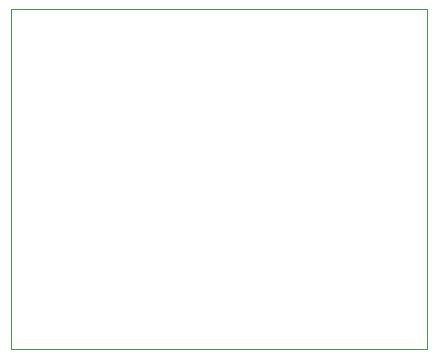
<source format=gbr>
G04 #@! TF.GenerationSoftware,KiCad,Pcbnew,9.0.0*
G04 #@! TF.CreationDate,2025-10-07T06:41:58-03:00*
G04 #@! TF.ProjectId,control temperatura_v3,636f6e74-726f-46c2-9074-656d70657261,rev?*
G04 #@! TF.SameCoordinates,Original*
G04 #@! TF.FileFunction,Profile,NP*
%FSLAX46Y46*%
G04 Gerber Fmt 4.6, Leading zero omitted, Abs format (unit mm)*
G04 Created by KiCad (PCBNEW 9.0.0) date 2025-10-07 06:41:58*
%MOMM*%
%LPD*%
G01*
G04 APERTURE LIST*
G04 #@! TA.AperFunction,Profile*
%ADD10C,0.100000*%
G04 #@! TD*
G04 APERTURE END LIST*
D10*
X121775000Y-53075000D02*
X157025000Y-53075000D01*
X157025000Y-81825000D01*
X121775000Y-81825000D01*
X121775000Y-53075000D01*
M02*

</source>
